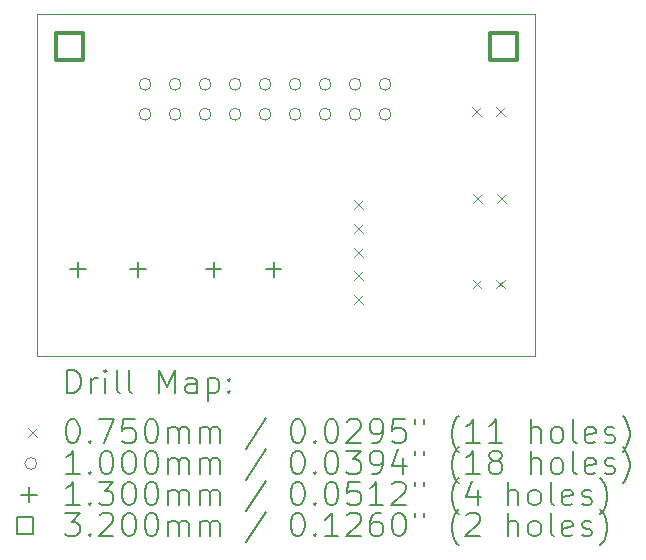
<source format=gbr>
%FSLAX45Y45*%
G04 Gerber Fmt 4.5, Leading zero omitted, Abs format (unit mm)*
G04 Created by KiCad (PCBNEW (6.0.2-0)) date 2023-02-02 13:38:25*
%MOMM*%
%LPD*%
G01*
G04 APERTURE LIST*
%TA.AperFunction,Profile*%
%ADD10C,0.100000*%
%TD*%
%ADD11C,0.200000*%
%ADD12C,0.075000*%
%ADD13C,0.100000*%
%ADD14C,0.130000*%
%ADD15C,0.320000*%
G04 APERTURE END LIST*
D10*
X22500Y2922500D02*
X4240000Y2922500D01*
X4240000Y2922500D02*
X4240000Y27500D01*
X4240000Y27500D02*
X22500Y27500D01*
X22500Y27500D02*
X22500Y2922500D01*
D11*
D12*
X2702500Y1345000D02*
X2777500Y1270000D01*
X2777500Y1345000D02*
X2702500Y1270000D01*
X2702500Y1145000D02*
X2777500Y1070000D01*
X2777500Y1145000D02*
X2702500Y1070000D01*
X2702500Y945000D02*
X2777500Y870000D01*
X2777500Y945000D02*
X2702500Y870000D01*
X2702500Y745000D02*
X2777500Y670000D01*
X2777500Y745000D02*
X2702500Y670000D01*
X2702500Y545000D02*
X2777500Y470000D01*
X2777500Y545000D02*
X2702500Y470000D01*
X3705000Y2132500D02*
X3780000Y2057500D01*
X3780000Y2132500D02*
X3705000Y2057500D01*
X3707500Y675000D02*
X3782500Y600000D01*
X3782500Y675000D02*
X3707500Y600000D01*
X3715000Y1402500D02*
X3790000Y1327500D01*
X3790000Y1402500D02*
X3715000Y1327500D01*
X3905000Y2132500D02*
X3980000Y2057500D01*
X3980000Y2132500D02*
X3905000Y2057500D01*
X3907500Y675000D02*
X3982500Y600000D01*
X3982500Y675000D02*
X3907500Y600000D01*
X3915000Y1402500D02*
X3990000Y1327500D01*
X3990000Y1402500D02*
X3915000Y1327500D01*
D13*
X985000Y2329000D02*
G75*
G03*
X985000Y2329000I-50000J0D01*
G01*
X985000Y2075000D02*
G75*
G03*
X985000Y2075000I-50000J0D01*
G01*
X1239000Y2329000D02*
G75*
G03*
X1239000Y2329000I-50000J0D01*
G01*
X1239000Y2075000D02*
G75*
G03*
X1239000Y2075000I-50000J0D01*
G01*
X1493000Y2329000D02*
G75*
G03*
X1493000Y2329000I-50000J0D01*
G01*
X1493000Y2075000D02*
G75*
G03*
X1493000Y2075000I-50000J0D01*
G01*
X1747000Y2329000D02*
G75*
G03*
X1747000Y2329000I-50000J0D01*
G01*
X1747000Y2075000D02*
G75*
G03*
X1747000Y2075000I-50000J0D01*
G01*
X2001000Y2329000D02*
G75*
G03*
X2001000Y2329000I-50000J0D01*
G01*
X2001000Y2075000D02*
G75*
G03*
X2001000Y2075000I-50000J0D01*
G01*
X2255000Y2329000D02*
G75*
G03*
X2255000Y2329000I-50000J0D01*
G01*
X2255000Y2075000D02*
G75*
G03*
X2255000Y2075000I-50000J0D01*
G01*
X2509000Y2329000D02*
G75*
G03*
X2509000Y2329000I-50000J0D01*
G01*
X2509000Y2075000D02*
G75*
G03*
X2509000Y2075000I-50000J0D01*
G01*
X2763000Y2329000D02*
G75*
G03*
X2763000Y2329000I-50000J0D01*
G01*
X2763000Y2075000D02*
G75*
G03*
X2763000Y2075000I-50000J0D01*
G01*
X3017000Y2329000D02*
G75*
G03*
X3017000Y2329000I-50000J0D01*
G01*
X3017000Y2075000D02*
G75*
G03*
X3017000Y2075000I-50000J0D01*
G01*
D14*
X365500Y827000D02*
X365500Y697000D01*
X300500Y762000D02*
X430500Y762000D01*
X873500Y827000D02*
X873500Y697000D01*
X808500Y762000D02*
X938500Y762000D01*
X1515500Y827000D02*
X1515500Y697000D01*
X1450500Y762000D02*
X1580500Y762000D01*
X2023500Y827000D02*
X2023500Y697000D01*
X1958500Y762000D02*
X2088500Y762000D01*
D15*
X408138Y2536862D02*
X408138Y2763138D01*
X181862Y2763138D01*
X181862Y2536862D01*
X408138Y2536862D01*
X4083138Y2536862D02*
X4083138Y2763138D01*
X3856862Y2763138D01*
X3856862Y2536862D01*
X4083138Y2536862D01*
D11*
X275119Y-287976D02*
X275119Y-87976D01*
X322738Y-87976D01*
X351309Y-97500D01*
X370357Y-116548D01*
X379881Y-135595D01*
X389405Y-173690D01*
X389405Y-202262D01*
X379881Y-240357D01*
X370357Y-259405D01*
X351309Y-278452D01*
X322738Y-287976D01*
X275119Y-287976D01*
X475119Y-287976D02*
X475119Y-154643D01*
X475119Y-192738D02*
X484643Y-173690D01*
X494167Y-164167D01*
X513214Y-154643D01*
X532262Y-154643D01*
X598929Y-287976D02*
X598929Y-154643D01*
X598929Y-87976D02*
X589405Y-97500D01*
X598929Y-107024D01*
X608452Y-97500D01*
X598929Y-87976D01*
X598929Y-107024D01*
X722738Y-287976D02*
X703690Y-278452D01*
X694167Y-259405D01*
X694167Y-87976D01*
X827500Y-287976D02*
X808452Y-278452D01*
X798928Y-259405D01*
X798928Y-87976D01*
X1056071Y-287976D02*
X1056071Y-87976D01*
X1122738Y-230833D01*
X1189405Y-87976D01*
X1189405Y-287976D01*
X1370357Y-287976D02*
X1370357Y-183214D01*
X1360833Y-164167D01*
X1341786Y-154643D01*
X1303690Y-154643D01*
X1284643Y-164167D01*
X1370357Y-278452D02*
X1351310Y-287976D01*
X1303690Y-287976D01*
X1284643Y-278452D01*
X1275119Y-259405D01*
X1275119Y-240357D01*
X1284643Y-221309D01*
X1303690Y-211786D01*
X1351310Y-211786D01*
X1370357Y-202262D01*
X1465595Y-154643D02*
X1465595Y-354643D01*
X1465595Y-164167D02*
X1484643Y-154643D01*
X1522738Y-154643D01*
X1541786Y-164167D01*
X1551309Y-173690D01*
X1560833Y-192738D01*
X1560833Y-249881D01*
X1551309Y-268929D01*
X1541786Y-278452D01*
X1522738Y-287976D01*
X1484643Y-287976D01*
X1465595Y-278452D01*
X1646548Y-268929D02*
X1656071Y-278452D01*
X1646548Y-287976D01*
X1637024Y-278452D01*
X1646548Y-268929D01*
X1646548Y-287976D01*
X1646548Y-164167D02*
X1656071Y-173690D01*
X1646548Y-183214D01*
X1637024Y-173690D01*
X1646548Y-164167D01*
X1646548Y-183214D01*
D12*
X-57500Y-580000D02*
X17500Y-655000D01*
X17500Y-580000D02*
X-57500Y-655000D01*
D11*
X313214Y-507976D02*
X332262Y-507976D01*
X351309Y-517500D01*
X360833Y-527024D01*
X370357Y-546071D01*
X379881Y-584167D01*
X379881Y-631786D01*
X370357Y-669881D01*
X360833Y-688929D01*
X351309Y-698452D01*
X332262Y-707976D01*
X313214Y-707976D01*
X294167Y-698452D01*
X284643Y-688929D01*
X275119Y-669881D01*
X265595Y-631786D01*
X265595Y-584167D01*
X275119Y-546071D01*
X284643Y-527024D01*
X294167Y-517500D01*
X313214Y-507976D01*
X465595Y-688929D02*
X475119Y-698452D01*
X465595Y-707976D01*
X456071Y-698452D01*
X465595Y-688929D01*
X465595Y-707976D01*
X541786Y-507976D02*
X675119Y-507976D01*
X589405Y-707976D01*
X846548Y-507976D02*
X751309Y-507976D01*
X741786Y-603214D01*
X751309Y-593690D01*
X770357Y-584167D01*
X817976Y-584167D01*
X837024Y-593690D01*
X846548Y-603214D01*
X856071Y-622262D01*
X856071Y-669881D01*
X846548Y-688929D01*
X837024Y-698452D01*
X817976Y-707976D01*
X770357Y-707976D01*
X751309Y-698452D01*
X741786Y-688929D01*
X979881Y-507976D02*
X998928Y-507976D01*
X1017976Y-517500D01*
X1027500Y-527024D01*
X1037024Y-546071D01*
X1046548Y-584167D01*
X1046548Y-631786D01*
X1037024Y-669881D01*
X1027500Y-688929D01*
X1017976Y-698452D01*
X998928Y-707976D01*
X979881Y-707976D01*
X960833Y-698452D01*
X951309Y-688929D01*
X941786Y-669881D01*
X932262Y-631786D01*
X932262Y-584167D01*
X941786Y-546071D01*
X951309Y-527024D01*
X960833Y-517500D01*
X979881Y-507976D01*
X1132262Y-707976D02*
X1132262Y-574643D01*
X1132262Y-593690D02*
X1141786Y-584167D01*
X1160833Y-574643D01*
X1189405Y-574643D01*
X1208452Y-584167D01*
X1217976Y-603214D01*
X1217976Y-707976D01*
X1217976Y-603214D02*
X1227500Y-584167D01*
X1246548Y-574643D01*
X1275119Y-574643D01*
X1294167Y-584167D01*
X1303690Y-603214D01*
X1303690Y-707976D01*
X1398928Y-707976D02*
X1398928Y-574643D01*
X1398928Y-593690D02*
X1408452Y-584167D01*
X1427500Y-574643D01*
X1456071Y-574643D01*
X1475119Y-584167D01*
X1484643Y-603214D01*
X1484643Y-707976D01*
X1484643Y-603214D02*
X1494167Y-584167D01*
X1513214Y-574643D01*
X1541786Y-574643D01*
X1560833Y-584167D01*
X1570357Y-603214D01*
X1570357Y-707976D01*
X1960833Y-498452D02*
X1789405Y-755595D01*
X2217976Y-507976D02*
X2237024Y-507976D01*
X2256071Y-517500D01*
X2265595Y-527024D01*
X2275119Y-546071D01*
X2284643Y-584167D01*
X2284643Y-631786D01*
X2275119Y-669881D01*
X2265595Y-688929D01*
X2256071Y-698452D01*
X2237024Y-707976D01*
X2217976Y-707976D01*
X2198929Y-698452D01*
X2189405Y-688929D01*
X2179881Y-669881D01*
X2170357Y-631786D01*
X2170357Y-584167D01*
X2179881Y-546071D01*
X2189405Y-527024D01*
X2198929Y-517500D01*
X2217976Y-507976D01*
X2370357Y-688929D02*
X2379881Y-698452D01*
X2370357Y-707976D01*
X2360833Y-698452D01*
X2370357Y-688929D01*
X2370357Y-707976D01*
X2503690Y-507976D02*
X2522738Y-507976D01*
X2541786Y-517500D01*
X2551310Y-527024D01*
X2560833Y-546071D01*
X2570357Y-584167D01*
X2570357Y-631786D01*
X2560833Y-669881D01*
X2551310Y-688929D01*
X2541786Y-698452D01*
X2522738Y-707976D01*
X2503690Y-707976D01*
X2484643Y-698452D01*
X2475119Y-688929D01*
X2465595Y-669881D01*
X2456071Y-631786D01*
X2456071Y-584167D01*
X2465595Y-546071D01*
X2475119Y-527024D01*
X2484643Y-517500D01*
X2503690Y-507976D01*
X2646548Y-527024D02*
X2656071Y-517500D01*
X2675119Y-507976D01*
X2722738Y-507976D01*
X2741786Y-517500D01*
X2751310Y-527024D01*
X2760833Y-546071D01*
X2760833Y-565119D01*
X2751310Y-593690D01*
X2637024Y-707976D01*
X2760833Y-707976D01*
X2856071Y-707976D02*
X2894167Y-707976D01*
X2913214Y-698452D01*
X2922738Y-688929D01*
X2941786Y-660357D01*
X2951309Y-622262D01*
X2951309Y-546071D01*
X2941786Y-527024D01*
X2932262Y-517500D01*
X2913214Y-507976D01*
X2875119Y-507976D01*
X2856071Y-517500D01*
X2846548Y-527024D01*
X2837024Y-546071D01*
X2837024Y-593690D01*
X2846548Y-612738D01*
X2856071Y-622262D01*
X2875119Y-631786D01*
X2913214Y-631786D01*
X2932262Y-622262D01*
X2941786Y-612738D01*
X2951309Y-593690D01*
X3132262Y-507976D02*
X3037024Y-507976D01*
X3027500Y-603214D01*
X3037024Y-593690D01*
X3056071Y-584167D01*
X3103690Y-584167D01*
X3122738Y-593690D01*
X3132262Y-603214D01*
X3141786Y-622262D01*
X3141786Y-669881D01*
X3132262Y-688929D01*
X3122738Y-698452D01*
X3103690Y-707976D01*
X3056071Y-707976D01*
X3037024Y-698452D01*
X3027500Y-688929D01*
X3217976Y-507976D02*
X3217976Y-546071D01*
X3294167Y-507976D02*
X3294167Y-546071D01*
X3589405Y-784167D02*
X3579881Y-774643D01*
X3560833Y-746071D01*
X3551309Y-727024D01*
X3541786Y-698452D01*
X3532262Y-650833D01*
X3532262Y-612738D01*
X3541786Y-565119D01*
X3551309Y-536548D01*
X3560833Y-517500D01*
X3579881Y-488928D01*
X3589405Y-479405D01*
X3770357Y-707976D02*
X3656071Y-707976D01*
X3713214Y-707976D02*
X3713214Y-507976D01*
X3694167Y-536548D01*
X3675119Y-555595D01*
X3656071Y-565119D01*
X3960833Y-707976D02*
X3846548Y-707976D01*
X3903690Y-707976D02*
X3903690Y-507976D01*
X3884643Y-536548D01*
X3865595Y-555595D01*
X3846548Y-565119D01*
X4198929Y-707976D02*
X4198929Y-507976D01*
X4284643Y-707976D02*
X4284643Y-603214D01*
X4275119Y-584167D01*
X4256071Y-574643D01*
X4227500Y-574643D01*
X4208452Y-584167D01*
X4198929Y-593690D01*
X4408452Y-707976D02*
X4389405Y-698452D01*
X4379881Y-688929D01*
X4370357Y-669881D01*
X4370357Y-612738D01*
X4379881Y-593690D01*
X4389405Y-584167D01*
X4408452Y-574643D01*
X4437024Y-574643D01*
X4456071Y-584167D01*
X4465595Y-593690D01*
X4475119Y-612738D01*
X4475119Y-669881D01*
X4465595Y-688929D01*
X4456071Y-698452D01*
X4437024Y-707976D01*
X4408452Y-707976D01*
X4589405Y-707976D02*
X4570357Y-698452D01*
X4560833Y-679405D01*
X4560833Y-507976D01*
X4741786Y-698452D02*
X4722738Y-707976D01*
X4684643Y-707976D01*
X4665595Y-698452D01*
X4656071Y-679405D01*
X4656071Y-603214D01*
X4665595Y-584167D01*
X4684643Y-574643D01*
X4722738Y-574643D01*
X4741786Y-584167D01*
X4751310Y-603214D01*
X4751310Y-622262D01*
X4656071Y-641310D01*
X4827500Y-698452D02*
X4846548Y-707976D01*
X4884643Y-707976D01*
X4903690Y-698452D01*
X4913214Y-679405D01*
X4913214Y-669881D01*
X4903690Y-650833D01*
X4884643Y-641310D01*
X4856071Y-641310D01*
X4837024Y-631786D01*
X4827500Y-612738D01*
X4827500Y-603214D01*
X4837024Y-584167D01*
X4856071Y-574643D01*
X4884643Y-574643D01*
X4903690Y-584167D01*
X4979881Y-784167D02*
X4989405Y-774643D01*
X5008452Y-746071D01*
X5017976Y-727024D01*
X5027500Y-698452D01*
X5037024Y-650833D01*
X5037024Y-612738D01*
X5027500Y-565119D01*
X5017976Y-536548D01*
X5008452Y-517500D01*
X4989405Y-488928D01*
X4979881Y-479405D01*
D13*
X17500Y-881500D02*
G75*
G03*
X17500Y-881500I-50000J0D01*
G01*
D11*
X379881Y-971976D02*
X265595Y-971976D01*
X322738Y-971976D02*
X322738Y-771976D01*
X303690Y-800548D01*
X284643Y-819595D01*
X265595Y-829119D01*
X465595Y-952928D02*
X475119Y-962452D01*
X465595Y-971976D01*
X456071Y-962452D01*
X465595Y-952928D01*
X465595Y-971976D01*
X598929Y-771976D02*
X617976Y-771976D01*
X637024Y-781500D01*
X646548Y-791024D01*
X656071Y-810071D01*
X665595Y-848167D01*
X665595Y-895786D01*
X656071Y-933881D01*
X646548Y-952928D01*
X637024Y-962452D01*
X617976Y-971976D01*
X598929Y-971976D01*
X579881Y-962452D01*
X570357Y-952928D01*
X560833Y-933881D01*
X551310Y-895786D01*
X551310Y-848167D01*
X560833Y-810071D01*
X570357Y-791024D01*
X579881Y-781500D01*
X598929Y-771976D01*
X789405Y-771976D02*
X808452Y-771976D01*
X827500Y-781500D01*
X837024Y-791024D01*
X846548Y-810071D01*
X856071Y-848167D01*
X856071Y-895786D01*
X846548Y-933881D01*
X837024Y-952928D01*
X827500Y-962452D01*
X808452Y-971976D01*
X789405Y-971976D01*
X770357Y-962452D01*
X760833Y-952928D01*
X751309Y-933881D01*
X741786Y-895786D01*
X741786Y-848167D01*
X751309Y-810071D01*
X760833Y-791024D01*
X770357Y-781500D01*
X789405Y-771976D01*
X979881Y-771976D02*
X998928Y-771976D01*
X1017976Y-781500D01*
X1027500Y-791024D01*
X1037024Y-810071D01*
X1046548Y-848167D01*
X1046548Y-895786D01*
X1037024Y-933881D01*
X1027500Y-952928D01*
X1017976Y-962452D01*
X998928Y-971976D01*
X979881Y-971976D01*
X960833Y-962452D01*
X951309Y-952928D01*
X941786Y-933881D01*
X932262Y-895786D01*
X932262Y-848167D01*
X941786Y-810071D01*
X951309Y-791024D01*
X960833Y-781500D01*
X979881Y-771976D01*
X1132262Y-971976D02*
X1132262Y-838643D01*
X1132262Y-857690D02*
X1141786Y-848167D01*
X1160833Y-838643D01*
X1189405Y-838643D01*
X1208452Y-848167D01*
X1217976Y-867214D01*
X1217976Y-971976D01*
X1217976Y-867214D02*
X1227500Y-848167D01*
X1246548Y-838643D01*
X1275119Y-838643D01*
X1294167Y-848167D01*
X1303690Y-867214D01*
X1303690Y-971976D01*
X1398928Y-971976D02*
X1398928Y-838643D01*
X1398928Y-857690D02*
X1408452Y-848167D01*
X1427500Y-838643D01*
X1456071Y-838643D01*
X1475119Y-848167D01*
X1484643Y-867214D01*
X1484643Y-971976D01*
X1484643Y-867214D02*
X1494167Y-848167D01*
X1513214Y-838643D01*
X1541786Y-838643D01*
X1560833Y-848167D01*
X1570357Y-867214D01*
X1570357Y-971976D01*
X1960833Y-762452D02*
X1789405Y-1019595D01*
X2217976Y-771976D02*
X2237024Y-771976D01*
X2256071Y-781500D01*
X2265595Y-791024D01*
X2275119Y-810071D01*
X2284643Y-848167D01*
X2284643Y-895786D01*
X2275119Y-933881D01*
X2265595Y-952928D01*
X2256071Y-962452D01*
X2237024Y-971976D01*
X2217976Y-971976D01*
X2198929Y-962452D01*
X2189405Y-952928D01*
X2179881Y-933881D01*
X2170357Y-895786D01*
X2170357Y-848167D01*
X2179881Y-810071D01*
X2189405Y-791024D01*
X2198929Y-781500D01*
X2217976Y-771976D01*
X2370357Y-952928D02*
X2379881Y-962452D01*
X2370357Y-971976D01*
X2360833Y-962452D01*
X2370357Y-952928D01*
X2370357Y-971976D01*
X2503690Y-771976D02*
X2522738Y-771976D01*
X2541786Y-781500D01*
X2551310Y-791024D01*
X2560833Y-810071D01*
X2570357Y-848167D01*
X2570357Y-895786D01*
X2560833Y-933881D01*
X2551310Y-952928D01*
X2541786Y-962452D01*
X2522738Y-971976D01*
X2503690Y-971976D01*
X2484643Y-962452D01*
X2475119Y-952928D01*
X2465595Y-933881D01*
X2456071Y-895786D01*
X2456071Y-848167D01*
X2465595Y-810071D01*
X2475119Y-791024D01*
X2484643Y-781500D01*
X2503690Y-771976D01*
X2637024Y-771976D02*
X2760833Y-771976D01*
X2694167Y-848167D01*
X2722738Y-848167D01*
X2741786Y-857690D01*
X2751310Y-867214D01*
X2760833Y-886262D01*
X2760833Y-933881D01*
X2751310Y-952928D01*
X2741786Y-962452D01*
X2722738Y-971976D01*
X2665595Y-971976D01*
X2646548Y-962452D01*
X2637024Y-952928D01*
X2856071Y-971976D02*
X2894167Y-971976D01*
X2913214Y-962452D01*
X2922738Y-952928D01*
X2941786Y-924357D01*
X2951309Y-886262D01*
X2951309Y-810071D01*
X2941786Y-791024D01*
X2932262Y-781500D01*
X2913214Y-771976D01*
X2875119Y-771976D01*
X2856071Y-781500D01*
X2846548Y-791024D01*
X2837024Y-810071D01*
X2837024Y-857690D01*
X2846548Y-876738D01*
X2856071Y-886262D01*
X2875119Y-895786D01*
X2913214Y-895786D01*
X2932262Y-886262D01*
X2941786Y-876738D01*
X2951309Y-857690D01*
X3122738Y-838643D02*
X3122738Y-971976D01*
X3075119Y-762452D02*
X3027500Y-905309D01*
X3151309Y-905309D01*
X3217976Y-771976D02*
X3217976Y-810071D01*
X3294167Y-771976D02*
X3294167Y-810071D01*
X3589405Y-1048167D02*
X3579881Y-1038643D01*
X3560833Y-1010071D01*
X3551309Y-991024D01*
X3541786Y-962452D01*
X3532262Y-914833D01*
X3532262Y-876738D01*
X3541786Y-829119D01*
X3551309Y-800548D01*
X3560833Y-781500D01*
X3579881Y-752928D01*
X3589405Y-743405D01*
X3770357Y-971976D02*
X3656071Y-971976D01*
X3713214Y-971976D02*
X3713214Y-771976D01*
X3694167Y-800548D01*
X3675119Y-819595D01*
X3656071Y-829119D01*
X3884643Y-857690D02*
X3865595Y-848167D01*
X3856071Y-838643D01*
X3846548Y-819595D01*
X3846548Y-810071D01*
X3856071Y-791024D01*
X3865595Y-781500D01*
X3884643Y-771976D01*
X3922738Y-771976D01*
X3941786Y-781500D01*
X3951309Y-791024D01*
X3960833Y-810071D01*
X3960833Y-819595D01*
X3951309Y-838643D01*
X3941786Y-848167D01*
X3922738Y-857690D01*
X3884643Y-857690D01*
X3865595Y-867214D01*
X3856071Y-876738D01*
X3846548Y-895786D01*
X3846548Y-933881D01*
X3856071Y-952928D01*
X3865595Y-962452D01*
X3884643Y-971976D01*
X3922738Y-971976D01*
X3941786Y-962452D01*
X3951309Y-952928D01*
X3960833Y-933881D01*
X3960833Y-895786D01*
X3951309Y-876738D01*
X3941786Y-867214D01*
X3922738Y-857690D01*
X4198929Y-971976D02*
X4198929Y-771976D01*
X4284643Y-971976D02*
X4284643Y-867214D01*
X4275119Y-848167D01*
X4256071Y-838643D01*
X4227500Y-838643D01*
X4208452Y-848167D01*
X4198929Y-857690D01*
X4408452Y-971976D02*
X4389405Y-962452D01*
X4379881Y-952928D01*
X4370357Y-933881D01*
X4370357Y-876738D01*
X4379881Y-857690D01*
X4389405Y-848167D01*
X4408452Y-838643D01*
X4437024Y-838643D01*
X4456071Y-848167D01*
X4465595Y-857690D01*
X4475119Y-876738D01*
X4475119Y-933881D01*
X4465595Y-952928D01*
X4456071Y-962452D01*
X4437024Y-971976D01*
X4408452Y-971976D01*
X4589405Y-971976D02*
X4570357Y-962452D01*
X4560833Y-943405D01*
X4560833Y-771976D01*
X4741786Y-962452D02*
X4722738Y-971976D01*
X4684643Y-971976D01*
X4665595Y-962452D01*
X4656071Y-943405D01*
X4656071Y-867214D01*
X4665595Y-848167D01*
X4684643Y-838643D01*
X4722738Y-838643D01*
X4741786Y-848167D01*
X4751310Y-867214D01*
X4751310Y-886262D01*
X4656071Y-905309D01*
X4827500Y-962452D02*
X4846548Y-971976D01*
X4884643Y-971976D01*
X4903690Y-962452D01*
X4913214Y-943405D01*
X4913214Y-933881D01*
X4903690Y-914833D01*
X4884643Y-905309D01*
X4856071Y-905309D01*
X4837024Y-895786D01*
X4827500Y-876738D01*
X4827500Y-867214D01*
X4837024Y-848167D01*
X4856071Y-838643D01*
X4884643Y-838643D01*
X4903690Y-848167D01*
X4979881Y-1048167D02*
X4989405Y-1038643D01*
X5008452Y-1010071D01*
X5017976Y-991024D01*
X5027500Y-962452D01*
X5037024Y-914833D01*
X5037024Y-876738D01*
X5027500Y-829119D01*
X5017976Y-800548D01*
X5008452Y-781500D01*
X4989405Y-752928D01*
X4979881Y-743405D01*
D14*
X-47500Y-1080500D02*
X-47500Y-1210500D01*
X-112500Y-1145500D02*
X17500Y-1145500D01*
D11*
X379881Y-1235976D02*
X265595Y-1235976D01*
X322738Y-1235976D02*
X322738Y-1035976D01*
X303690Y-1064548D01*
X284643Y-1083595D01*
X265595Y-1093119D01*
X465595Y-1216929D02*
X475119Y-1226452D01*
X465595Y-1235976D01*
X456071Y-1226452D01*
X465595Y-1216929D01*
X465595Y-1235976D01*
X541786Y-1035976D02*
X665595Y-1035976D01*
X598929Y-1112167D01*
X627500Y-1112167D01*
X646548Y-1121690D01*
X656071Y-1131214D01*
X665595Y-1150262D01*
X665595Y-1197881D01*
X656071Y-1216929D01*
X646548Y-1226452D01*
X627500Y-1235976D01*
X570357Y-1235976D01*
X551310Y-1226452D01*
X541786Y-1216929D01*
X789405Y-1035976D02*
X808452Y-1035976D01*
X827500Y-1045500D01*
X837024Y-1055024D01*
X846548Y-1074071D01*
X856071Y-1112167D01*
X856071Y-1159786D01*
X846548Y-1197881D01*
X837024Y-1216929D01*
X827500Y-1226452D01*
X808452Y-1235976D01*
X789405Y-1235976D01*
X770357Y-1226452D01*
X760833Y-1216929D01*
X751309Y-1197881D01*
X741786Y-1159786D01*
X741786Y-1112167D01*
X751309Y-1074071D01*
X760833Y-1055024D01*
X770357Y-1045500D01*
X789405Y-1035976D01*
X979881Y-1035976D02*
X998928Y-1035976D01*
X1017976Y-1045500D01*
X1027500Y-1055024D01*
X1037024Y-1074071D01*
X1046548Y-1112167D01*
X1046548Y-1159786D01*
X1037024Y-1197881D01*
X1027500Y-1216929D01*
X1017976Y-1226452D01*
X998928Y-1235976D01*
X979881Y-1235976D01*
X960833Y-1226452D01*
X951309Y-1216929D01*
X941786Y-1197881D01*
X932262Y-1159786D01*
X932262Y-1112167D01*
X941786Y-1074071D01*
X951309Y-1055024D01*
X960833Y-1045500D01*
X979881Y-1035976D01*
X1132262Y-1235976D02*
X1132262Y-1102643D01*
X1132262Y-1121690D02*
X1141786Y-1112167D01*
X1160833Y-1102643D01*
X1189405Y-1102643D01*
X1208452Y-1112167D01*
X1217976Y-1131214D01*
X1217976Y-1235976D01*
X1217976Y-1131214D02*
X1227500Y-1112167D01*
X1246548Y-1102643D01*
X1275119Y-1102643D01*
X1294167Y-1112167D01*
X1303690Y-1131214D01*
X1303690Y-1235976D01*
X1398928Y-1235976D02*
X1398928Y-1102643D01*
X1398928Y-1121690D02*
X1408452Y-1112167D01*
X1427500Y-1102643D01*
X1456071Y-1102643D01*
X1475119Y-1112167D01*
X1484643Y-1131214D01*
X1484643Y-1235976D01*
X1484643Y-1131214D02*
X1494167Y-1112167D01*
X1513214Y-1102643D01*
X1541786Y-1102643D01*
X1560833Y-1112167D01*
X1570357Y-1131214D01*
X1570357Y-1235976D01*
X1960833Y-1026452D02*
X1789405Y-1283595D01*
X2217976Y-1035976D02*
X2237024Y-1035976D01*
X2256071Y-1045500D01*
X2265595Y-1055024D01*
X2275119Y-1074071D01*
X2284643Y-1112167D01*
X2284643Y-1159786D01*
X2275119Y-1197881D01*
X2265595Y-1216929D01*
X2256071Y-1226452D01*
X2237024Y-1235976D01*
X2217976Y-1235976D01*
X2198929Y-1226452D01*
X2189405Y-1216929D01*
X2179881Y-1197881D01*
X2170357Y-1159786D01*
X2170357Y-1112167D01*
X2179881Y-1074071D01*
X2189405Y-1055024D01*
X2198929Y-1045500D01*
X2217976Y-1035976D01*
X2370357Y-1216929D02*
X2379881Y-1226452D01*
X2370357Y-1235976D01*
X2360833Y-1226452D01*
X2370357Y-1216929D01*
X2370357Y-1235976D01*
X2503690Y-1035976D02*
X2522738Y-1035976D01*
X2541786Y-1045500D01*
X2551310Y-1055024D01*
X2560833Y-1074071D01*
X2570357Y-1112167D01*
X2570357Y-1159786D01*
X2560833Y-1197881D01*
X2551310Y-1216929D01*
X2541786Y-1226452D01*
X2522738Y-1235976D01*
X2503690Y-1235976D01*
X2484643Y-1226452D01*
X2475119Y-1216929D01*
X2465595Y-1197881D01*
X2456071Y-1159786D01*
X2456071Y-1112167D01*
X2465595Y-1074071D01*
X2475119Y-1055024D01*
X2484643Y-1045500D01*
X2503690Y-1035976D01*
X2751310Y-1035976D02*
X2656071Y-1035976D01*
X2646548Y-1131214D01*
X2656071Y-1121690D01*
X2675119Y-1112167D01*
X2722738Y-1112167D01*
X2741786Y-1121690D01*
X2751310Y-1131214D01*
X2760833Y-1150262D01*
X2760833Y-1197881D01*
X2751310Y-1216929D01*
X2741786Y-1226452D01*
X2722738Y-1235976D01*
X2675119Y-1235976D01*
X2656071Y-1226452D01*
X2646548Y-1216929D01*
X2951309Y-1235976D02*
X2837024Y-1235976D01*
X2894167Y-1235976D02*
X2894167Y-1035976D01*
X2875119Y-1064548D01*
X2856071Y-1083595D01*
X2837024Y-1093119D01*
X3027500Y-1055024D02*
X3037024Y-1045500D01*
X3056071Y-1035976D01*
X3103690Y-1035976D01*
X3122738Y-1045500D01*
X3132262Y-1055024D01*
X3141786Y-1074071D01*
X3141786Y-1093119D01*
X3132262Y-1121690D01*
X3017976Y-1235976D01*
X3141786Y-1235976D01*
X3217976Y-1035976D02*
X3217976Y-1074071D01*
X3294167Y-1035976D02*
X3294167Y-1074071D01*
X3589405Y-1312167D02*
X3579881Y-1302643D01*
X3560833Y-1274071D01*
X3551309Y-1255024D01*
X3541786Y-1226452D01*
X3532262Y-1178833D01*
X3532262Y-1140738D01*
X3541786Y-1093119D01*
X3551309Y-1064548D01*
X3560833Y-1045500D01*
X3579881Y-1016928D01*
X3589405Y-1007405D01*
X3751309Y-1102643D02*
X3751309Y-1235976D01*
X3703690Y-1026452D02*
X3656071Y-1169310D01*
X3779881Y-1169310D01*
X4008452Y-1235976D02*
X4008452Y-1035976D01*
X4094167Y-1235976D02*
X4094167Y-1131214D01*
X4084643Y-1112167D01*
X4065595Y-1102643D01*
X4037024Y-1102643D01*
X4017976Y-1112167D01*
X4008452Y-1121690D01*
X4217976Y-1235976D02*
X4198929Y-1226452D01*
X4189405Y-1216929D01*
X4179881Y-1197881D01*
X4179881Y-1140738D01*
X4189405Y-1121690D01*
X4198929Y-1112167D01*
X4217976Y-1102643D01*
X4246548Y-1102643D01*
X4265595Y-1112167D01*
X4275119Y-1121690D01*
X4284643Y-1140738D01*
X4284643Y-1197881D01*
X4275119Y-1216929D01*
X4265595Y-1226452D01*
X4246548Y-1235976D01*
X4217976Y-1235976D01*
X4398929Y-1235976D02*
X4379881Y-1226452D01*
X4370357Y-1207405D01*
X4370357Y-1035976D01*
X4551310Y-1226452D02*
X4532262Y-1235976D01*
X4494167Y-1235976D01*
X4475119Y-1226452D01*
X4465595Y-1207405D01*
X4465595Y-1131214D01*
X4475119Y-1112167D01*
X4494167Y-1102643D01*
X4532262Y-1102643D01*
X4551310Y-1112167D01*
X4560833Y-1131214D01*
X4560833Y-1150262D01*
X4465595Y-1169310D01*
X4637024Y-1226452D02*
X4656071Y-1235976D01*
X4694167Y-1235976D01*
X4713214Y-1226452D01*
X4722738Y-1207405D01*
X4722738Y-1197881D01*
X4713214Y-1178833D01*
X4694167Y-1169310D01*
X4665595Y-1169310D01*
X4646548Y-1159786D01*
X4637024Y-1140738D01*
X4637024Y-1131214D01*
X4646548Y-1112167D01*
X4665595Y-1102643D01*
X4694167Y-1102643D01*
X4713214Y-1112167D01*
X4789405Y-1312167D02*
X4798929Y-1302643D01*
X4817976Y-1274071D01*
X4827500Y-1255024D01*
X4837024Y-1226452D01*
X4846548Y-1178833D01*
X4846548Y-1140738D01*
X4837024Y-1093119D01*
X4827500Y-1064548D01*
X4817976Y-1045500D01*
X4798929Y-1016928D01*
X4789405Y-1007405D01*
X-11789Y-1480211D02*
X-11789Y-1338789D01*
X-153211Y-1338789D01*
X-153211Y-1480211D01*
X-11789Y-1480211D01*
X256071Y-1299976D02*
X379881Y-1299976D01*
X313214Y-1376167D01*
X341786Y-1376167D01*
X360833Y-1385690D01*
X370357Y-1395214D01*
X379881Y-1414262D01*
X379881Y-1461881D01*
X370357Y-1480928D01*
X360833Y-1490452D01*
X341786Y-1499976D01*
X284643Y-1499976D01*
X265595Y-1490452D01*
X256071Y-1480928D01*
X465595Y-1480928D02*
X475119Y-1490452D01*
X465595Y-1499976D01*
X456071Y-1490452D01*
X465595Y-1480928D01*
X465595Y-1499976D01*
X551310Y-1319024D02*
X560833Y-1309500D01*
X579881Y-1299976D01*
X627500Y-1299976D01*
X646548Y-1309500D01*
X656071Y-1319024D01*
X665595Y-1338071D01*
X665595Y-1357119D01*
X656071Y-1385690D01*
X541786Y-1499976D01*
X665595Y-1499976D01*
X789405Y-1299976D02*
X808452Y-1299976D01*
X827500Y-1309500D01*
X837024Y-1319024D01*
X846548Y-1338071D01*
X856071Y-1376167D01*
X856071Y-1423786D01*
X846548Y-1461881D01*
X837024Y-1480928D01*
X827500Y-1490452D01*
X808452Y-1499976D01*
X789405Y-1499976D01*
X770357Y-1490452D01*
X760833Y-1480928D01*
X751309Y-1461881D01*
X741786Y-1423786D01*
X741786Y-1376167D01*
X751309Y-1338071D01*
X760833Y-1319024D01*
X770357Y-1309500D01*
X789405Y-1299976D01*
X979881Y-1299976D02*
X998928Y-1299976D01*
X1017976Y-1309500D01*
X1027500Y-1319024D01*
X1037024Y-1338071D01*
X1046548Y-1376167D01*
X1046548Y-1423786D01*
X1037024Y-1461881D01*
X1027500Y-1480928D01*
X1017976Y-1490452D01*
X998928Y-1499976D01*
X979881Y-1499976D01*
X960833Y-1490452D01*
X951309Y-1480928D01*
X941786Y-1461881D01*
X932262Y-1423786D01*
X932262Y-1376167D01*
X941786Y-1338071D01*
X951309Y-1319024D01*
X960833Y-1309500D01*
X979881Y-1299976D01*
X1132262Y-1499976D02*
X1132262Y-1366643D01*
X1132262Y-1385690D02*
X1141786Y-1376167D01*
X1160833Y-1366643D01*
X1189405Y-1366643D01*
X1208452Y-1376167D01*
X1217976Y-1395214D01*
X1217976Y-1499976D01*
X1217976Y-1395214D02*
X1227500Y-1376167D01*
X1246548Y-1366643D01*
X1275119Y-1366643D01*
X1294167Y-1376167D01*
X1303690Y-1395214D01*
X1303690Y-1499976D01*
X1398928Y-1499976D02*
X1398928Y-1366643D01*
X1398928Y-1385690D02*
X1408452Y-1376167D01*
X1427500Y-1366643D01*
X1456071Y-1366643D01*
X1475119Y-1376167D01*
X1484643Y-1395214D01*
X1484643Y-1499976D01*
X1484643Y-1395214D02*
X1494167Y-1376167D01*
X1513214Y-1366643D01*
X1541786Y-1366643D01*
X1560833Y-1376167D01*
X1570357Y-1395214D01*
X1570357Y-1499976D01*
X1960833Y-1290452D02*
X1789405Y-1547595D01*
X2217976Y-1299976D02*
X2237024Y-1299976D01*
X2256071Y-1309500D01*
X2265595Y-1319024D01*
X2275119Y-1338071D01*
X2284643Y-1376167D01*
X2284643Y-1423786D01*
X2275119Y-1461881D01*
X2265595Y-1480928D01*
X2256071Y-1490452D01*
X2237024Y-1499976D01*
X2217976Y-1499976D01*
X2198929Y-1490452D01*
X2189405Y-1480928D01*
X2179881Y-1461881D01*
X2170357Y-1423786D01*
X2170357Y-1376167D01*
X2179881Y-1338071D01*
X2189405Y-1319024D01*
X2198929Y-1309500D01*
X2217976Y-1299976D01*
X2370357Y-1480928D02*
X2379881Y-1490452D01*
X2370357Y-1499976D01*
X2360833Y-1490452D01*
X2370357Y-1480928D01*
X2370357Y-1499976D01*
X2570357Y-1499976D02*
X2456071Y-1499976D01*
X2513214Y-1499976D02*
X2513214Y-1299976D01*
X2494167Y-1328548D01*
X2475119Y-1347595D01*
X2456071Y-1357119D01*
X2646548Y-1319024D02*
X2656071Y-1309500D01*
X2675119Y-1299976D01*
X2722738Y-1299976D01*
X2741786Y-1309500D01*
X2751310Y-1319024D01*
X2760833Y-1338071D01*
X2760833Y-1357119D01*
X2751310Y-1385690D01*
X2637024Y-1499976D01*
X2760833Y-1499976D01*
X2932262Y-1299976D02*
X2894167Y-1299976D01*
X2875119Y-1309500D01*
X2865595Y-1319024D01*
X2846548Y-1347595D01*
X2837024Y-1385690D01*
X2837024Y-1461881D01*
X2846548Y-1480928D01*
X2856071Y-1490452D01*
X2875119Y-1499976D01*
X2913214Y-1499976D01*
X2932262Y-1490452D01*
X2941786Y-1480928D01*
X2951309Y-1461881D01*
X2951309Y-1414262D01*
X2941786Y-1395214D01*
X2932262Y-1385690D01*
X2913214Y-1376167D01*
X2875119Y-1376167D01*
X2856071Y-1385690D01*
X2846548Y-1395214D01*
X2837024Y-1414262D01*
X3075119Y-1299976D02*
X3094167Y-1299976D01*
X3113214Y-1309500D01*
X3122738Y-1319024D01*
X3132262Y-1338071D01*
X3141786Y-1376167D01*
X3141786Y-1423786D01*
X3132262Y-1461881D01*
X3122738Y-1480928D01*
X3113214Y-1490452D01*
X3094167Y-1499976D01*
X3075119Y-1499976D01*
X3056071Y-1490452D01*
X3046548Y-1480928D01*
X3037024Y-1461881D01*
X3027500Y-1423786D01*
X3027500Y-1376167D01*
X3037024Y-1338071D01*
X3046548Y-1319024D01*
X3056071Y-1309500D01*
X3075119Y-1299976D01*
X3217976Y-1299976D02*
X3217976Y-1338071D01*
X3294167Y-1299976D02*
X3294167Y-1338071D01*
X3589405Y-1576167D02*
X3579881Y-1566643D01*
X3560833Y-1538071D01*
X3551309Y-1519024D01*
X3541786Y-1490452D01*
X3532262Y-1442833D01*
X3532262Y-1404738D01*
X3541786Y-1357119D01*
X3551309Y-1328548D01*
X3560833Y-1309500D01*
X3579881Y-1280929D01*
X3589405Y-1271405D01*
X3656071Y-1319024D02*
X3665595Y-1309500D01*
X3684643Y-1299976D01*
X3732262Y-1299976D01*
X3751309Y-1309500D01*
X3760833Y-1319024D01*
X3770357Y-1338071D01*
X3770357Y-1357119D01*
X3760833Y-1385690D01*
X3646548Y-1499976D01*
X3770357Y-1499976D01*
X4008452Y-1499976D02*
X4008452Y-1299976D01*
X4094167Y-1499976D02*
X4094167Y-1395214D01*
X4084643Y-1376167D01*
X4065595Y-1366643D01*
X4037024Y-1366643D01*
X4017976Y-1376167D01*
X4008452Y-1385690D01*
X4217976Y-1499976D02*
X4198929Y-1490452D01*
X4189405Y-1480928D01*
X4179881Y-1461881D01*
X4179881Y-1404738D01*
X4189405Y-1385690D01*
X4198929Y-1376167D01*
X4217976Y-1366643D01*
X4246548Y-1366643D01*
X4265595Y-1376167D01*
X4275119Y-1385690D01*
X4284643Y-1404738D01*
X4284643Y-1461881D01*
X4275119Y-1480928D01*
X4265595Y-1490452D01*
X4246548Y-1499976D01*
X4217976Y-1499976D01*
X4398929Y-1499976D02*
X4379881Y-1490452D01*
X4370357Y-1471405D01*
X4370357Y-1299976D01*
X4551310Y-1490452D02*
X4532262Y-1499976D01*
X4494167Y-1499976D01*
X4475119Y-1490452D01*
X4465595Y-1471405D01*
X4465595Y-1395214D01*
X4475119Y-1376167D01*
X4494167Y-1366643D01*
X4532262Y-1366643D01*
X4551310Y-1376167D01*
X4560833Y-1395214D01*
X4560833Y-1414262D01*
X4465595Y-1433309D01*
X4637024Y-1490452D02*
X4656071Y-1499976D01*
X4694167Y-1499976D01*
X4713214Y-1490452D01*
X4722738Y-1471405D01*
X4722738Y-1461881D01*
X4713214Y-1442833D01*
X4694167Y-1433309D01*
X4665595Y-1433309D01*
X4646548Y-1423786D01*
X4637024Y-1404738D01*
X4637024Y-1395214D01*
X4646548Y-1376167D01*
X4665595Y-1366643D01*
X4694167Y-1366643D01*
X4713214Y-1376167D01*
X4789405Y-1576167D02*
X4798929Y-1566643D01*
X4817976Y-1538071D01*
X4827500Y-1519024D01*
X4837024Y-1490452D01*
X4846548Y-1442833D01*
X4846548Y-1404738D01*
X4837024Y-1357119D01*
X4827500Y-1328548D01*
X4817976Y-1309500D01*
X4798929Y-1280929D01*
X4789405Y-1271405D01*
M02*

</source>
